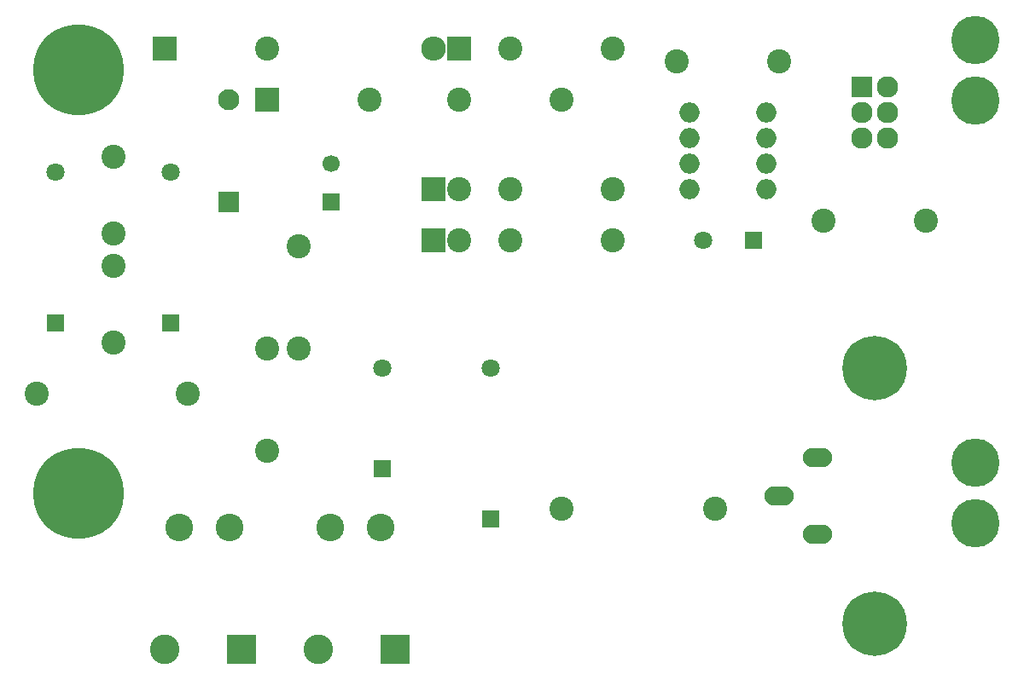
<source format=gbs>
G04 #@! TF.FileFunction,Soldermask,Bot*
%FSLAX46Y46*%
G04 Gerber Fmt 4.6, Leading zero omitted, Abs format (unit mm)*
G04 Created by KiCad (PCBNEW 4.0.5+dfsg1-4) date Wed Mar 13 23:51:39 2019*
%MOMM*%
%LPD*%
G01*
G04 APERTURE LIST*
%ADD10C,0.100000*%
%ADD11O,2.000000X2.000000*%
%ADD12O,2.899360X1.901140*%
%ADD13C,2.398980*%
%ADD14R,1.800000X1.800000*%
%ADD15C,1.800000*%
%ADD16R,1.700000X1.700000*%
%ADD17C,1.700000*%
%ADD18C,2.099260*%
%ADD19R,2.099260X2.099260*%
%ADD20R,2.398980X2.398980*%
%ADD21R,2.400000X2.400000*%
%ADD22C,2.400000*%
%ADD23C,2.749500*%
%ADD24R,2.940000X2.940000*%
%ADD25C,2.940000*%
%ADD26C,6.399480*%
%ADD27C,4.800000*%
%ADD28C,1.000000*%
%ADD29C,9.000000*%
%ADD30C,1.100000*%
%ADD31R,2.432000X2.432000*%
%ADD32O,2.432000X2.432000*%
%ADD33R,2.127200X2.127200*%
%ADD34O,2.127200X2.127200*%
G04 APERTURE END LIST*
D10*
D11*
X127000000Y-83820000D03*
X127000000Y-86360000D03*
X127000000Y-88900000D03*
X127000000Y-91440000D03*
X134620000Y-91440000D03*
X134620000Y-88900000D03*
X134620000Y-86360000D03*
X134620000Y-83820000D03*
D12*
X135890000Y-121920000D03*
X139700000Y-118110000D03*
X139700000Y-125730000D03*
D13*
X114300000Y-123190000D03*
X129540000Y-123190000D03*
D14*
X75565000Y-104775000D03*
D15*
X75565000Y-89775000D03*
D14*
X64135000Y-104775000D03*
D15*
X64135000Y-89775000D03*
D16*
X91440000Y-92710000D03*
D17*
X91440000Y-88910000D03*
D14*
X133350000Y-96520000D03*
D15*
X128350000Y-96520000D03*
D14*
X107315000Y-124220000D03*
D15*
X107315000Y-109220000D03*
D18*
X81277460Y-82549480D03*
D19*
X81277460Y-92709480D03*
D13*
X85090000Y-77467460D03*
D20*
X74930000Y-77467460D03*
D13*
X95250000Y-82547460D03*
D20*
X85090000Y-82547460D03*
D21*
X101600000Y-96520000D03*
D22*
X104140000Y-96520000D03*
D21*
X101600000Y-91440000D03*
D22*
X104140000Y-91440000D03*
D23*
X91361260Y-125095000D03*
X96359980Y-125095000D03*
X81358740Y-125095000D03*
X76360020Y-125095000D03*
D24*
X82550000Y-137160000D03*
D25*
X74930000Y-137160000D03*
D24*
X97790000Y-137160000D03*
D25*
X90170000Y-137160000D03*
D13*
X77230000Y-111760000D03*
X62230000Y-111760000D03*
X119380000Y-96520000D03*
X109220000Y-96520000D03*
X119380000Y-91440000D03*
X109220000Y-91440000D03*
X119380000Y-77470000D03*
X109220000Y-77470000D03*
X114300000Y-82550000D03*
X104140000Y-82550000D03*
X88265000Y-107315000D03*
X88265000Y-97155000D03*
X85090000Y-117475000D03*
X85090000Y-107315000D03*
X125730000Y-78740000D03*
X135890000Y-78740000D03*
X150495000Y-94615000D03*
X140335000Y-94615000D03*
D26*
X145415000Y-109220000D03*
X145415000Y-134620000D03*
D27*
X155420000Y-124660000D03*
D28*
X157070000Y-124660000D03*
X156586726Y-125826726D03*
X155420000Y-126310000D03*
X154253274Y-125826726D03*
X153770000Y-124660000D03*
X154253274Y-123493274D03*
X155420000Y-123010000D03*
X156586726Y-123493274D03*
D27*
X155420000Y-118660000D03*
D28*
X157070000Y-118660000D03*
X156586726Y-119826726D03*
X155420000Y-120310000D03*
X154253274Y-119826726D03*
X153770000Y-118660000D03*
X154253274Y-117493274D03*
X155420000Y-117010000D03*
X156586726Y-117493274D03*
D27*
X155420000Y-76660000D03*
D28*
X157070000Y-76660000D03*
X156586726Y-77826726D03*
X155420000Y-78310000D03*
X154253274Y-77826726D03*
X153770000Y-76660000D03*
X154253274Y-75493274D03*
X155420000Y-75010000D03*
X156586726Y-75493274D03*
D27*
X155420000Y-82660000D03*
D28*
X157070000Y-82660000D03*
X156586726Y-83826726D03*
X155420000Y-84310000D03*
X154253274Y-83826726D03*
X153770000Y-82660000D03*
X154253274Y-81493274D03*
X155420000Y-81010000D03*
X156586726Y-81493274D03*
D13*
X69850000Y-106680000D03*
X69850000Y-99060000D03*
X69850000Y-95885000D03*
X69850000Y-88265000D03*
D29*
X66420000Y-79660000D03*
D30*
X69645000Y-79660000D03*
X68700419Y-81940419D03*
X66420000Y-82885000D03*
X64139581Y-81940419D03*
X63195000Y-79660000D03*
X64139581Y-77379581D03*
X66420000Y-76435000D03*
X68700419Y-77379581D03*
D29*
X66420000Y-121660000D03*
D30*
X69645000Y-121660000D03*
X68700419Y-123940419D03*
X66420000Y-124885000D03*
X64139581Y-123940419D03*
X63195000Y-121660000D03*
X64139581Y-119379581D03*
X66420000Y-118435000D03*
X68700419Y-119379581D03*
D31*
X104140000Y-77470000D03*
D32*
X101600000Y-77470000D03*
D33*
X144145000Y-81280000D03*
D34*
X146685000Y-81280000D03*
X144145000Y-83820000D03*
X146685000Y-83820000D03*
X144145000Y-86360000D03*
X146685000Y-86360000D03*
D14*
X96520000Y-119220000D03*
D15*
X96520000Y-109220000D03*
M02*

</source>
